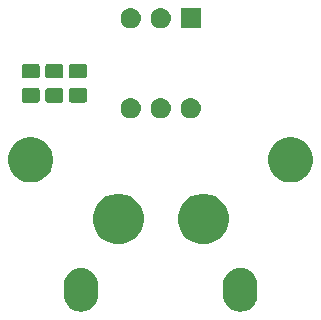
<source format=gbr>
G04 #@! TF.GenerationSoftware,KiCad,Pcbnew,5.0.2-bee76a0~70~ubuntu16.04.1*
G04 #@! TF.CreationDate,2019-11-03T02:02:15+01:00*
G04 #@! TF.ProjectId,lamp,6c616d70-2e6b-4696-9361-645f70636258,rev?*
G04 #@! TF.SameCoordinates,Original*
G04 #@! TF.FileFunction,Soldermask,Top*
G04 #@! TF.FilePolarity,Negative*
%FSLAX46Y46*%
G04 Gerber Fmt 4.6, Leading zero omitted, Abs format (unit mm)*
G04 Created by KiCad (PCBNEW 5.0.2-bee76a0~70~ubuntu16.04.1) date Sun 03 Nov 2019 02:02:15 AM CET*
%MOMM*%
%LPD*%
G01*
G04 APERTURE LIST*
%ADD10C,0.100000*%
G04 APERTURE END LIST*
D10*
G36*
X88534445Y-104169995D02*
X88716788Y-104225308D01*
X88807960Y-104252965D01*
X89060034Y-104387702D01*
X89280976Y-104569024D01*
X89434728Y-104756371D01*
X89462299Y-104789967D01*
X89525016Y-104907303D01*
X89597035Y-105042039D01*
X89624692Y-105133211D01*
X89680005Y-105315554D01*
X89701000Y-105528724D01*
X89701000Y-106471275D01*
X89680005Y-106684446D01*
X89624692Y-106866789D01*
X89597035Y-106957961D01*
X89525016Y-107092697D01*
X89462299Y-107210033D01*
X89280976Y-107430976D01*
X89060033Y-107612299D01*
X88942697Y-107675016D01*
X88807961Y-107747035D01*
X88716789Y-107774692D01*
X88534446Y-107830005D01*
X88250000Y-107858020D01*
X87965555Y-107830005D01*
X87783212Y-107774692D01*
X87692040Y-107747035D01*
X87557304Y-107675016D01*
X87439968Y-107612299D01*
X87219025Y-107430976D01*
X87037701Y-107210034D01*
X86902965Y-106957961D01*
X86875308Y-106866789D01*
X86819995Y-106684446D01*
X86799000Y-106471276D01*
X86799000Y-105528725D01*
X86819995Y-105315555D01*
X86902965Y-105042041D01*
X86902965Y-105042040D01*
X87037702Y-104789966D01*
X87219024Y-104569024D01*
X87439966Y-104387702D01*
X87439965Y-104387702D01*
X87439967Y-104387701D01*
X87557303Y-104324984D01*
X87692039Y-104252965D01*
X87783211Y-104225308D01*
X87965554Y-104169995D01*
X88250000Y-104141980D01*
X88534445Y-104169995D01*
X88534445Y-104169995D01*
G37*
G36*
X102034445Y-104169995D02*
X102216788Y-104225308D01*
X102307960Y-104252965D01*
X102560034Y-104387702D01*
X102780976Y-104569024D01*
X102934728Y-104756371D01*
X102962299Y-104789967D01*
X103025016Y-104907303D01*
X103097035Y-105042039D01*
X103124692Y-105133211D01*
X103180005Y-105315554D01*
X103201000Y-105528724D01*
X103201000Y-106471275D01*
X103180005Y-106684446D01*
X103124692Y-106866789D01*
X103097035Y-106957961D01*
X103025016Y-107092697D01*
X102962299Y-107210033D01*
X102780976Y-107430976D01*
X102560033Y-107612299D01*
X102442697Y-107675016D01*
X102307961Y-107747035D01*
X102216789Y-107774692D01*
X102034446Y-107830005D01*
X101750000Y-107858020D01*
X101465555Y-107830005D01*
X101283212Y-107774692D01*
X101192040Y-107747035D01*
X101057304Y-107675016D01*
X100939968Y-107612299D01*
X100719025Y-107430976D01*
X100537701Y-107210034D01*
X100402965Y-106957961D01*
X100375308Y-106866789D01*
X100319995Y-106684446D01*
X100299000Y-106471276D01*
X100299000Y-105528725D01*
X100319995Y-105315555D01*
X100402965Y-105042041D01*
X100402965Y-105042040D01*
X100537702Y-104789966D01*
X100719024Y-104569024D01*
X100939966Y-104387702D01*
X100939965Y-104387702D01*
X100939967Y-104387701D01*
X101057303Y-104324984D01*
X101192039Y-104252965D01*
X101283211Y-104225308D01*
X101465554Y-104169995D01*
X101750000Y-104141980D01*
X102034445Y-104169995D01*
X102034445Y-104169995D01*
G37*
G36*
X99227421Y-97931661D02*
X99227423Y-97931662D01*
X99227424Y-97931662D01*
X99618881Y-98093808D01*
X99969594Y-98328147D01*
X99971186Y-98329211D01*
X100270789Y-98628814D01*
X100270791Y-98628817D01*
X100506192Y-98981119D01*
X100668338Y-99372576D01*
X100751000Y-99788145D01*
X100751000Y-100211855D01*
X100668338Y-100627424D01*
X100506192Y-101018881D01*
X100271853Y-101369594D01*
X100270789Y-101371186D01*
X99971186Y-101670789D01*
X99971183Y-101670791D01*
X99618881Y-101906192D01*
X99227424Y-102068338D01*
X99227423Y-102068338D01*
X99227421Y-102068339D01*
X98811856Y-102151000D01*
X98388144Y-102151000D01*
X97972579Y-102068339D01*
X97972577Y-102068338D01*
X97972576Y-102068338D01*
X97581119Y-101906192D01*
X97228817Y-101670791D01*
X97228814Y-101670789D01*
X96929211Y-101371186D01*
X96928147Y-101369594D01*
X96693808Y-101018881D01*
X96531662Y-100627424D01*
X96449000Y-100211855D01*
X96449000Y-99788145D01*
X96531662Y-99372576D01*
X96693808Y-98981119D01*
X96929209Y-98628817D01*
X96929211Y-98628814D01*
X97228814Y-98329211D01*
X97230406Y-98328147D01*
X97581119Y-98093808D01*
X97972576Y-97931662D01*
X97972577Y-97931662D01*
X97972579Y-97931661D01*
X98388144Y-97849000D01*
X98811856Y-97849000D01*
X99227421Y-97931661D01*
X99227421Y-97931661D01*
G37*
G36*
X92027421Y-97931661D02*
X92027423Y-97931662D01*
X92027424Y-97931662D01*
X92418881Y-98093808D01*
X92769594Y-98328147D01*
X92771186Y-98329211D01*
X93070789Y-98628814D01*
X93070791Y-98628817D01*
X93306192Y-98981119D01*
X93468338Y-99372576D01*
X93551000Y-99788145D01*
X93551000Y-100211855D01*
X93468338Y-100627424D01*
X93306192Y-101018881D01*
X93071853Y-101369594D01*
X93070789Y-101371186D01*
X92771186Y-101670789D01*
X92771183Y-101670791D01*
X92418881Y-101906192D01*
X92027424Y-102068338D01*
X92027423Y-102068338D01*
X92027421Y-102068339D01*
X91611856Y-102151000D01*
X91188144Y-102151000D01*
X90772579Y-102068339D01*
X90772577Y-102068338D01*
X90772576Y-102068338D01*
X90381119Y-101906192D01*
X90028817Y-101670791D01*
X90028814Y-101670789D01*
X89729211Y-101371186D01*
X89728147Y-101369594D01*
X89493808Y-101018881D01*
X89331662Y-100627424D01*
X89249000Y-100211855D01*
X89249000Y-99788145D01*
X89331662Y-99372576D01*
X89493808Y-98981119D01*
X89729209Y-98628817D01*
X89729211Y-98628814D01*
X90028814Y-98329211D01*
X90030406Y-98328147D01*
X90381119Y-98093808D01*
X90772576Y-97931662D01*
X90772577Y-97931662D01*
X90772579Y-97931661D01*
X91188144Y-97849000D01*
X91611856Y-97849000D01*
X92027421Y-97931661D01*
X92027421Y-97931661D01*
G37*
G36*
X84432078Y-93147703D02*
X84554501Y-93172054D01*
X84697802Y-93231411D01*
X84900460Y-93315355D01*
X85211820Y-93523399D01*
X85476601Y-93788180D01*
X85684645Y-94099540D01*
X85827946Y-94445500D01*
X85901000Y-94812766D01*
X85901000Y-95187234D01*
X85827946Y-95554500D01*
X85684645Y-95900460D01*
X85476601Y-96211820D01*
X85211820Y-96476601D01*
X84900460Y-96684645D01*
X84697802Y-96768589D01*
X84554501Y-96827946D01*
X84432078Y-96852297D01*
X84187234Y-96901000D01*
X83812766Y-96901000D01*
X83567922Y-96852297D01*
X83445499Y-96827946D01*
X83302198Y-96768589D01*
X83099540Y-96684645D01*
X82788180Y-96476601D01*
X82523399Y-96211820D01*
X82315355Y-95900460D01*
X82172054Y-95554500D01*
X82099000Y-95187234D01*
X82099000Y-94812766D01*
X82172054Y-94445500D01*
X82315355Y-94099540D01*
X82523399Y-93788180D01*
X82788180Y-93523399D01*
X83099540Y-93315355D01*
X83302198Y-93231411D01*
X83445499Y-93172054D01*
X83567922Y-93147703D01*
X83812766Y-93099000D01*
X84187234Y-93099000D01*
X84432078Y-93147703D01*
X84432078Y-93147703D01*
G37*
G36*
X106432078Y-93147703D02*
X106554501Y-93172054D01*
X106697802Y-93231411D01*
X106900460Y-93315355D01*
X107211820Y-93523399D01*
X107476601Y-93788180D01*
X107684645Y-94099540D01*
X107827946Y-94445500D01*
X107901000Y-94812766D01*
X107901000Y-95187234D01*
X107827946Y-95554500D01*
X107684645Y-95900460D01*
X107476601Y-96211820D01*
X107211820Y-96476601D01*
X106900460Y-96684645D01*
X106697802Y-96768589D01*
X106554501Y-96827946D01*
X106432078Y-96852297D01*
X106187234Y-96901000D01*
X105812766Y-96901000D01*
X105567922Y-96852297D01*
X105445499Y-96827946D01*
X105302198Y-96768589D01*
X105099540Y-96684645D01*
X104788180Y-96476601D01*
X104523399Y-96211820D01*
X104315355Y-95900460D01*
X104172054Y-95554500D01*
X104099000Y-95187234D01*
X104099000Y-94812766D01*
X104172054Y-94445500D01*
X104315355Y-94099540D01*
X104523399Y-93788180D01*
X104788180Y-93523399D01*
X105099540Y-93315355D01*
X105302198Y-93231411D01*
X105445499Y-93172054D01*
X105567922Y-93147703D01*
X105812766Y-93099000D01*
X106187234Y-93099000D01*
X106432078Y-93147703D01*
X106432078Y-93147703D01*
G37*
G36*
X97706821Y-89781313D02*
X97706824Y-89781314D01*
X97706825Y-89781314D01*
X97867239Y-89829975D01*
X97867241Y-89829976D01*
X97867244Y-89829977D01*
X98015078Y-89908995D01*
X98144659Y-90015341D01*
X98251005Y-90144922D01*
X98330023Y-90292756D01*
X98378687Y-90453179D01*
X98395117Y-90620000D01*
X98378687Y-90786821D01*
X98330023Y-90947244D01*
X98251005Y-91095078D01*
X98144659Y-91224659D01*
X98015078Y-91331005D01*
X97867244Y-91410023D01*
X97867241Y-91410024D01*
X97867239Y-91410025D01*
X97706825Y-91458686D01*
X97706824Y-91458686D01*
X97706821Y-91458687D01*
X97581804Y-91471000D01*
X97498196Y-91471000D01*
X97373179Y-91458687D01*
X97373176Y-91458686D01*
X97373175Y-91458686D01*
X97212761Y-91410025D01*
X97212759Y-91410024D01*
X97212756Y-91410023D01*
X97064922Y-91331005D01*
X96935341Y-91224659D01*
X96828995Y-91095078D01*
X96749977Y-90947244D01*
X96701313Y-90786821D01*
X96684883Y-90620000D01*
X96701313Y-90453179D01*
X96749977Y-90292756D01*
X96828995Y-90144922D01*
X96935341Y-90015341D01*
X97064922Y-89908995D01*
X97212756Y-89829977D01*
X97212759Y-89829976D01*
X97212761Y-89829975D01*
X97373175Y-89781314D01*
X97373176Y-89781314D01*
X97373179Y-89781313D01*
X97498196Y-89769000D01*
X97581804Y-89769000D01*
X97706821Y-89781313D01*
X97706821Y-89781313D01*
G37*
G36*
X95166821Y-89781313D02*
X95166824Y-89781314D01*
X95166825Y-89781314D01*
X95327239Y-89829975D01*
X95327241Y-89829976D01*
X95327244Y-89829977D01*
X95475078Y-89908995D01*
X95604659Y-90015341D01*
X95711005Y-90144922D01*
X95790023Y-90292756D01*
X95838687Y-90453179D01*
X95855117Y-90620000D01*
X95838687Y-90786821D01*
X95790023Y-90947244D01*
X95711005Y-91095078D01*
X95604659Y-91224659D01*
X95475078Y-91331005D01*
X95327244Y-91410023D01*
X95327241Y-91410024D01*
X95327239Y-91410025D01*
X95166825Y-91458686D01*
X95166824Y-91458686D01*
X95166821Y-91458687D01*
X95041804Y-91471000D01*
X94958196Y-91471000D01*
X94833179Y-91458687D01*
X94833176Y-91458686D01*
X94833175Y-91458686D01*
X94672761Y-91410025D01*
X94672759Y-91410024D01*
X94672756Y-91410023D01*
X94524922Y-91331005D01*
X94395341Y-91224659D01*
X94288995Y-91095078D01*
X94209977Y-90947244D01*
X94161313Y-90786821D01*
X94144883Y-90620000D01*
X94161313Y-90453179D01*
X94209977Y-90292756D01*
X94288995Y-90144922D01*
X94395341Y-90015341D01*
X94524922Y-89908995D01*
X94672756Y-89829977D01*
X94672759Y-89829976D01*
X94672761Y-89829975D01*
X94833175Y-89781314D01*
X94833176Y-89781314D01*
X94833179Y-89781313D01*
X94958196Y-89769000D01*
X95041804Y-89769000D01*
X95166821Y-89781313D01*
X95166821Y-89781313D01*
G37*
G36*
X92626821Y-89781313D02*
X92626824Y-89781314D01*
X92626825Y-89781314D01*
X92787239Y-89829975D01*
X92787241Y-89829976D01*
X92787244Y-89829977D01*
X92935078Y-89908995D01*
X93064659Y-90015341D01*
X93171005Y-90144922D01*
X93250023Y-90292756D01*
X93298687Y-90453179D01*
X93315117Y-90620000D01*
X93298687Y-90786821D01*
X93250023Y-90947244D01*
X93171005Y-91095078D01*
X93064659Y-91224659D01*
X92935078Y-91331005D01*
X92787244Y-91410023D01*
X92787241Y-91410024D01*
X92787239Y-91410025D01*
X92626825Y-91458686D01*
X92626824Y-91458686D01*
X92626821Y-91458687D01*
X92501804Y-91471000D01*
X92418196Y-91471000D01*
X92293179Y-91458687D01*
X92293176Y-91458686D01*
X92293175Y-91458686D01*
X92132761Y-91410025D01*
X92132759Y-91410024D01*
X92132756Y-91410023D01*
X91984922Y-91331005D01*
X91855341Y-91224659D01*
X91748995Y-91095078D01*
X91669977Y-90947244D01*
X91621313Y-90786821D01*
X91604883Y-90620000D01*
X91621313Y-90453179D01*
X91669977Y-90292756D01*
X91748995Y-90144922D01*
X91855341Y-90015341D01*
X91984922Y-89908995D01*
X92132756Y-89829977D01*
X92132759Y-89829976D01*
X92132761Y-89829975D01*
X92293175Y-89781314D01*
X92293176Y-89781314D01*
X92293179Y-89781313D01*
X92418196Y-89769000D01*
X92501804Y-89769000D01*
X92626821Y-89781313D01*
X92626821Y-89781313D01*
G37*
G36*
X86588677Y-88903465D02*
X86626364Y-88914898D01*
X86661103Y-88933466D01*
X86691548Y-88958452D01*
X86716534Y-88988897D01*
X86735102Y-89023636D01*
X86746535Y-89061323D01*
X86751000Y-89106661D01*
X86751000Y-89943339D01*
X86746535Y-89988677D01*
X86735102Y-90026364D01*
X86716534Y-90061103D01*
X86691548Y-90091548D01*
X86661103Y-90116534D01*
X86626364Y-90135102D01*
X86588677Y-90146535D01*
X86543339Y-90151000D01*
X85456661Y-90151000D01*
X85411323Y-90146535D01*
X85373636Y-90135102D01*
X85338897Y-90116534D01*
X85308452Y-90091548D01*
X85283466Y-90061103D01*
X85264898Y-90026364D01*
X85253465Y-89988677D01*
X85249000Y-89943339D01*
X85249000Y-89106661D01*
X85253465Y-89061323D01*
X85264898Y-89023636D01*
X85283466Y-88988897D01*
X85308452Y-88958452D01*
X85338897Y-88933466D01*
X85373636Y-88914898D01*
X85411323Y-88903465D01*
X85456661Y-88899000D01*
X86543339Y-88899000D01*
X86588677Y-88903465D01*
X86588677Y-88903465D01*
G37*
G36*
X88588677Y-88903465D02*
X88626364Y-88914898D01*
X88661103Y-88933466D01*
X88691548Y-88958452D01*
X88716534Y-88988897D01*
X88735102Y-89023636D01*
X88746535Y-89061323D01*
X88751000Y-89106661D01*
X88751000Y-89943339D01*
X88746535Y-89988677D01*
X88735102Y-90026364D01*
X88716534Y-90061103D01*
X88691548Y-90091548D01*
X88661103Y-90116534D01*
X88626364Y-90135102D01*
X88588677Y-90146535D01*
X88543339Y-90151000D01*
X87456661Y-90151000D01*
X87411323Y-90146535D01*
X87373636Y-90135102D01*
X87338897Y-90116534D01*
X87308452Y-90091548D01*
X87283466Y-90061103D01*
X87264898Y-90026364D01*
X87253465Y-89988677D01*
X87249000Y-89943339D01*
X87249000Y-89106661D01*
X87253465Y-89061323D01*
X87264898Y-89023636D01*
X87283466Y-88988897D01*
X87308452Y-88958452D01*
X87338897Y-88933466D01*
X87373636Y-88914898D01*
X87411323Y-88903465D01*
X87456661Y-88899000D01*
X88543339Y-88899000D01*
X88588677Y-88903465D01*
X88588677Y-88903465D01*
G37*
G36*
X84588677Y-88903465D02*
X84626364Y-88914898D01*
X84661103Y-88933466D01*
X84691548Y-88958452D01*
X84716534Y-88988897D01*
X84735102Y-89023636D01*
X84746535Y-89061323D01*
X84751000Y-89106661D01*
X84751000Y-89943339D01*
X84746535Y-89988677D01*
X84735102Y-90026364D01*
X84716534Y-90061103D01*
X84691548Y-90091548D01*
X84661103Y-90116534D01*
X84626364Y-90135102D01*
X84588677Y-90146535D01*
X84543339Y-90151000D01*
X83456661Y-90151000D01*
X83411323Y-90146535D01*
X83373636Y-90135102D01*
X83338897Y-90116534D01*
X83308452Y-90091548D01*
X83283466Y-90061103D01*
X83264898Y-90026364D01*
X83253465Y-89988677D01*
X83249000Y-89943339D01*
X83249000Y-89106661D01*
X83253465Y-89061323D01*
X83264898Y-89023636D01*
X83283466Y-88988897D01*
X83308452Y-88958452D01*
X83338897Y-88933466D01*
X83373636Y-88914898D01*
X83411323Y-88903465D01*
X83456661Y-88899000D01*
X84543339Y-88899000D01*
X84588677Y-88903465D01*
X84588677Y-88903465D01*
G37*
G36*
X86588677Y-86853465D02*
X86626364Y-86864898D01*
X86661103Y-86883466D01*
X86691548Y-86908452D01*
X86716534Y-86938897D01*
X86735102Y-86973636D01*
X86746535Y-87011323D01*
X86751000Y-87056661D01*
X86751000Y-87893339D01*
X86746535Y-87938677D01*
X86735102Y-87976364D01*
X86716534Y-88011103D01*
X86691548Y-88041548D01*
X86661103Y-88066534D01*
X86626364Y-88085102D01*
X86588677Y-88096535D01*
X86543339Y-88101000D01*
X85456661Y-88101000D01*
X85411323Y-88096535D01*
X85373636Y-88085102D01*
X85338897Y-88066534D01*
X85308452Y-88041548D01*
X85283466Y-88011103D01*
X85264898Y-87976364D01*
X85253465Y-87938677D01*
X85249000Y-87893339D01*
X85249000Y-87056661D01*
X85253465Y-87011323D01*
X85264898Y-86973636D01*
X85283466Y-86938897D01*
X85308452Y-86908452D01*
X85338897Y-86883466D01*
X85373636Y-86864898D01*
X85411323Y-86853465D01*
X85456661Y-86849000D01*
X86543339Y-86849000D01*
X86588677Y-86853465D01*
X86588677Y-86853465D01*
G37*
G36*
X84588677Y-86853465D02*
X84626364Y-86864898D01*
X84661103Y-86883466D01*
X84691548Y-86908452D01*
X84716534Y-86938897D01*
X84735102Y-86973636D01*
X84746535Y-87011323D01*
X84751000Y-87056661D01*
X84751000Y-87893339D01*
X84746535Y-87938677D01*
X84735102Y-87976364D01*
X84716534Y-88011103D01*
X84691548Y-88041548D01*
X84661103Y-88066534D01*
X84626364Y-88085102D01*
X84588677Y-88096535D01*
X84543339Y-88101000D01*
X83456661Y-88101000D01*
X83411323Y-88096535D01*
X83373636Y-88085102D01*
X83338897Y-88066534D01*
X83308452Y-88041548D01*
X83283466Y-88011103D01*
X83264898Y-87976364D01*
X83253465Y-87938677D01*
X83249000Y-87893339D01*
X83249000Y-87056661D01*
X83253465Y-87011323D01*
X83264898Y-86973636D01*
X83283466Y-86938897D01*
X83308452Y-86908452D01*
X83338897Y-86883466D01*
X83373636Y-86864898D01*
X83411323Y-86853465D01*
X83456661Y-86849000D01*
X84543339Y-86849000D01*
X84588677Y-86853465D01*
X84588677Y-86853465D01*
G37*
G36*
X88588677Y-86853465D02*
X88626364Y-86864898D01*
X88661103Y-86883466D01*
X88691548Y-86908452D01*
X88716534Y-86938897D01*
X88735102Y-86973636D01*
X88746535Y-87011323D01*
X88751000Y-87056661D01*
X88751000Y-87893339D01*
X88746535Y-87938677D01*
X88735102Y-87976364D01*
X88716534Y-88011103D01*
X88691548Y-88041548D01*
X88661103Y-88066534D01*
X88626364Y-88085102D01*
X88588677Y-88096535D01*
X88543339Y-88101000D01*
X87456661Y-88101000D01*
X87411323Y-88096535D01*
X87373636Y-88085102D01*
X87338897Y-88066534D01*
X87308452Y-88041548D01*
X87283466Y-88011103D01*
X87264898Y-87976364D01*
X87253465Y-87938677D01*
X87249000Y-87893339D01*
X87249000Y-87056661D01*
X87253465Y-87011323D01*
X87264898Y-86973636D01*
X87283466Y-86938897D01*
X87308452Y-86908452D01*
X87338897Y-86883466D01*
X87373636Y-86864898D01*
X87411323Y-86853465D01*
X87456661Y-86849000D01*
X88543339Y-86849000D01*
X88588677Y-86853465D01*
X88588677Y-86853465D01*
G37*
G36*
X98391000Y-83851000D02*
X96689000Y-83851000D01*
X96689000Y-82149000D01*
X98391000Y-82149000D01*
X98391000Y-83851000D01*
X98391000Y-83851000D01*
G37*
G36*
X95166821Y-82161313D02*
X95166824Y-82161314D01*
X95166825Y-82161314D01*
X95327239Y-82209975D01*
X95327241Y-82209976D01*
X95327244Y-82209977D01*
X95475078Y-82288995D01*
X95604659Y-82395341D01*
X95711005Y-82524922D01*
X95790023Y-82672756D01*
X95838687Y-82833179D01*
X95855117Y-83000000D01*
X95838687Y-83166821D01*
X95790023Y-83327244D01*
X95711005Y-83475078D01*
X95604659Y-83604659D01*
X95475078Y-83711005D01*
X95327244Y-83790023D01*
X95327241Y-83790024D01*
X95327239Y-83790025D01*
X95166825Y-83838686D01*
X95166824Y-83838686D01*
X95166821Y-83838687D01*
X95041804Y-83851000D01*
X94958196Y-83851000D01*
X94833179Y-83838687D01*
X94833176Y-83838686D01*
X94833175Y-83838686D01*
X94672761Y-83790025D01*
X94672759Y-83790024D01*
X94672756Y-83790023D01*
X94524922Y-83711005D01*
X94395341Y-83604659D01*
X94288995Y-83475078D01*
X94209977Y-83327244D01*
X94161313Y-83166821D01*
X94144883Y-83000000D01*
X94161313Y-82833179D01*
X94209977Y-82672756D01*
X94288995Y-82524922D01*
X94395341Y-82395341D01*
X94524922Y-82288995D01*
X94672756Y-82209977D01*
X94672759Y-82209976D01*
X94672761Y-82209975D01*
X94833175Y-82161314D01*
X94833176Y-82161314D01*
X94833179Y-82161313D01*
X94958196Y-82149000D01*
X95041804Y-82149000D01*
X95166821Y-82161313D01*
X95166821Y-82161313D01*
G37*
G36*
X92626821Y-82161313D02*
X92626824Y-82161314D01*
X92626825Y-82161314D01*
X92787239Y-82209975D01*
X92787241Y-82209976D01*
X92787244Y-82209977D01*
X92935078Y-82288995D01*
X93064659Y-82395341D01*
X93171005Y-82524922D01*
X93250023Y-82672756D01*
X93298687Y-82833179D01*
X93315117Y-83000000D01*
X93298687Y-83166821D01*
X93250023Y-83327244D01*
X93171005Y-83475078D01*
X93064659Y-83604659D01*
X92935078Y-83711005D01*
X92787244Y-83790023D01*
X92787241Y-83790024D01*
X92787239Y-83790025D01*
X92626825Y-83838686D01*
X92626824Y-83838686D01*
X92626821Y-83838687D01*
X92501804Y-83851000D01*
X92418196Y-83851000D01*
X92293179Y-83838687D01*
X92293176Y-83838686D01*
X92293175Y-83838686D01*
X92132761Y-83790025D01*
X92132759Y-83790024D01*
X92132756Y-83790023D01*
X91984922Y-83711005D01*
X91855341Y-83604659D01*
X91748995Y-83475078D01*
X91669977Y-83327244D01*
X91621313Y-83166821D01*
X91604883Y-83000000D01*
X91621313Y-82833179D01*
X91669977Y-82672756D01*
X91748995Y-82524922D01*
X91855341Y-82395341D01*
X91984922Y-82288995D01*
X92132756Y-82209977D01*
X92132759Y-82209976D01*
X92132761Y-82209975D01*
X92293175Y-82161314D01*
X92293176Y-82161314D01*
X92293179Y-82161313D01*
X92418196Y-82149000D01*
X92501804Y-82149000D01*
X92626821Y-82161313D01*
X92626821Y-82161313D01*
G37*
M02*

</source>
